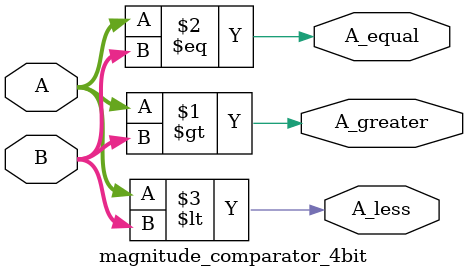
<source format=v>
module magnitude_comparator_4bit(
    input [3:0] A, B,
    output A_greater,
    output A_equal,
    output A_less
);
assign A_greater = (A > B);
assign A_equal   = (A == B);
assign A_less    = (A < B);
endmodule

</source>
